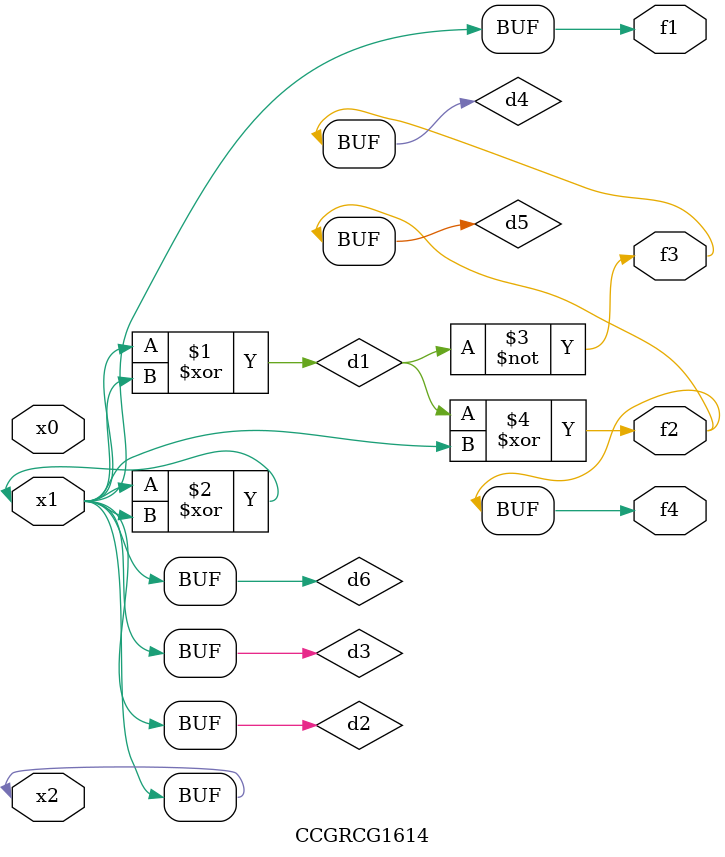
<source format=v>
module CCGRCG1614(
	input x0, x1, x2,
	output f1, f2, f3, f4
);

	wire d1, d2, d3, d4, d5, d6;

	xor (d1, x1, x2);
	buf (d2, x1, x2);
	xor (d3, x1, x2);
	nor (d4, d1);
	xor (d5, d1, d2);
	buf (d6, d2, d3);
	assign f1 = d6;
	assign f2 = d5;
	assign f3 = d4;
	assign f4 = d5;
endmodule

</source>
